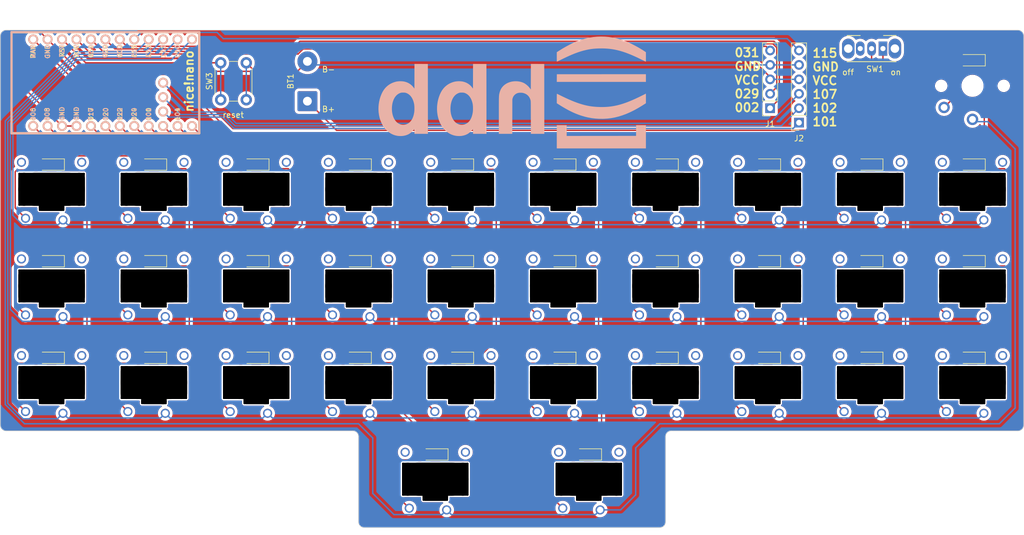
<source format=kicad_pcb>
(kicad_pcb (version 20221018) (generator pcbnew)
  (title_block (title "Micro Qwert Keyboard PCB"))
  (layers (0 "F.Cu" signal) (31 "B.Cu" signal) (34 "B.Paste" user) (35 "F.Paste" user) (36 "B.SilkS" user "B.Silkscreen") (37 "F.SilkS" user "F.Silkscreen") (38 "B.Mask" user) (39 "F.Mask" user) (44 "Edge.Cuts" user))
  (net 0 "")
  (net 1 "Net-(BT1-+)")
  (net 2 "GND")
  (net 3 "ROW0")
  (net 4 "COL0")
  (net 5 "COL1")
  (net 6 "COL2")
  (net 7 "COL3")
  (net 8 "COL4")
  (net 9 "COL5")
  (net 10 "COL6")
  (net 11 "COL7")
  (net 12 "COL8")
  (net 13 "COL9")
  (net 14 "ROW1")
  (net 15 "ROW2")
  (net 16 "ROW3")
  (net 17 "Net-(SW1-A)")
  (net 18 "Net-(U1-RST)")
  (net 19 "Net-(J2-Pin_6)")
  (net 20 "Net-(J1-Pin_1)")
  (net 21 "Net-(J1-Pin_2)")
  (net 22 "Net-(J1-Pin_5)")
  (net 23 "VCC")
  (net 24 "Net-(J2-Pin_1)")
  (net 25 "Net-(J2-Pin_2)")
  (net 26 "Net-(J2-Pin_3)")
  (footprint "pg1232:pg1232-D" (layer "F.Cu") (at 198 112.65)
    (fp_text reference "K28" hide)
    (fp_text value "diode-choc")
  )
  (footprint "pg1232:pg1232-D" (layer "F.Cu") (at 234 95.65)
    (fp_text reference "K20" hide)
    (fp_text value "diode-choc")
  )
  (footprint "pg1232:pg1232-D" (layer "F.Cu") (at 216 95.65)
    (fp_text reference "K19" hide)
    (fp_text value "diode-choc")
  )
  (footprint "pg1232:pg1232-D" (layer "F.Cu") (at 108 112.65)
    (fp_text reference "K23" hide)
    (fp_text value "diode-choc")
  )
  (footprint "pg1232:pg1232-D" (layer "F.Cu") (at 144 78.65)
    (fp_text reference "K5" hide)
    (fp_text value "diode-choc")
  )
  (footprint "pg1232:pg1232-D" (layer "F.Cu") (at 144 95.65)
    (fp_text reference "K15" hide)
    (fp_text value "diode-choc")
  )
  (footprint "Button_Switch_THT:SW_CuK_OS102011MA1QN1_SPDT_Angled" (layer "F.Cu") (at 218.25 58.25 180)
    (fp_text reference "SW1")
    (fp_text value "ON/OFF")
  )
  (footprint "pg1232:pg1232-D" (layer "F.Cu") (at 139.5 129.65)
    (fp_text reference "K31" hide)
    (fp_text value "diode-choc")
  )
  (footprint "pg1232:pg1232-D" (layer "F.Cu") (at 234 78.65)
    (fp_text reference "K10" hide)
    (fp_text value "diode-choc")
  )
  (footprint "pg1232:pg1232-D" (layer "F.Cu") (at 72 112.65)
    (fp_text reference "K21" hide)
    (fp_text value "diode-choc")
  )
  (footprint "pg1232:pg1232-D" (layer "F.Cu") (at 162 78.65)
    (fp_text reference "K6" hide)
    (fp_text value "diode-choc")
  )
  (footprint "nice-nano-kicad:nice_nano" (layer "F.Cu") (at 82.73 64.25)
    (fp_text reference "U1" hide)
    (fp_text value "nice_nano" hide)
  )
  (footprint "pg1232:pg1232-D" (layer "F.Cu") (at 162 95.65)
    (fp_text reference "K16" hide)
    (fp_text value "diode-choc")
  )
  (footprint "Connector_PinSocket_2.54mm:PinSocket_1x05_P2.54mm_Vertical" (layer "F.Cu") (at 198.4 68.74 180)
    (fp_text reference "J1")
    (fp_text value "Conn_01x05_Pin")
  )
  (footprint "pg1232:pg1232-D" (layer "F.Cu") (at 198 95.65)
    (fp_text reference "K18" hide)
    (fp_text value "diode-choc")
  )
  (footprint "pg1232:pg1232-D" (layer "F.Cu") (at 90 95.65)
    (fp_text reference "K12" hide)
    (fp_text value "diode-choc")
  )
  (footprint "pg1232:pg1232-D" (layer "F.Cu") (at 180 78.65)
    (fp_text reference "K7" hide)
    (fp_text value "diode-choc")
  )
  (footprint "pg1232:pg1232-D" (layer "F.Cu") (at 216 78.65)
    (fp_text reference "K9" hide)
    (fp_text value "diode-choc")
  )
  (footprint "pg1232:pg1232-D" (layer "F.Cu") (at 72 95.65)
    (fp_text reference "K11" hide)
    (fp_text value "diode-choc")
  )
  (footprint "pg1232:pg1232-D" (layer "F.Cu") (at 108 95.65)
    (fp_text reference "K13" hide)
    (fp_text value "diode-choc")
  )
  (footprint "pg1232:pg1232-D" (layer "F.Cu") (at 126 112.65)
    (fp_text reference "K24" hide)
    (fp_text value "diode-choc")
  )
  (footprint "pg1232:pg1232-D" (layer "F.Cu") (at 198 78.65)
    (fp_text reference "K8" hide)
    (fp_text value "diode-choc")
  )
  (footprint "pg1350:pg1350-D" (layer "F.Cu") (at 234 60.3 180)
    (fp_text reference "K33" hide)
    (fp_text value "LOCK")
  )
  (footprint "pg1232:pg1232-D" (layer "F.Cu") (at 180 112.65)
    (fp_text reference "K27" hide)
    (fp_text value "diode-choc")
  )
  (footprint "pg1232:pg1232-D" (layer "F.Cu") (at 72 78.65)
    (fp_text reference "K1" hide)
    (fp_text value "diode-choc")
  )
  (footprint "pg1232:pg1232-D" (layer "F.Cu") (at 234 112.65)
    (fp_text reference "K30" hide)
    (fp_text value "diode-choc")
  )
  (footprint "Button_Switch_THT:SW_PUSH_6mm_H5mm" (layer "F.Cu") (at 101.75 67.25 90)
    (fp_text reference "SW3")
    (fp_text value "RESET")
  )
  (footprint "pg1232:pg1232-D" (layer "F.Cu") (at 162 112.65)
    (fp_text reference "K26" hide)
    (fp_text value "diode-choc")
  )
  (footprint "pg1232:pg1232-D" (layer "F.Cu") (at 90 112.65)
    (fp_text reference "K22" hide)
    (fp_text value "diode-choc")
  )
  (footprint "pg1232:pg1232-D" (layer "F.Cu") (at 166.5 129.65)
    (fp_text reference "K32" hide)
    (fp_text value "diode-choc")
  )
  (footprint "Connector_Wire:SolderWire-0.75sqmm_1x02_P7mm_D1.25mm_OD3.5mm" (layer "F.Cu") (at 117 67.5 90)
    (fp_text reference "BT1")
    (fp_text value "Battery")
  )
  (footprint "pg1232:pg1232-D" (layer "F.Cu") (at 180 95.65)
    (fp_text reference "K17" hide)
    (fp_text value "diode-choc")
  )
  (footprint "pg1232:pg1232-D" (layer "F.Cu") (at 216 112.65)
    (fp_text reference "K29" hide)
    (fp_text value "diode-choc")
  )
  (footprint "pg1232:pg1232-D" (layer "F.Cu") (at 126 78.65)
    (fp_text reference "K4" hide)
    (fp_text value "diode-choc")
  )
  (footprint "pg1232:pg1232-D" (layer "F.Cu") (at 144 112.65)
    (fp_text reference "K25" hide)
    (fp_text value "diode-choc")
  )
  (footprint "Connector_PinSocket_2.54mm:PinSocket_1x06_P2.54mm_Vertical" (layer "F.Cu") (at 203.48 71.28 180)
    (fp_text reference "J2")
    (fp_text value "Conn_01x06_Pin")
  )
  (footprint "pg1232:pg1232-D" (layer "F.Cu") (at 90 78.65)
    (fp_text reference "K2" hide)
    (fp_text value "diode-choc")
  )
  (footprint "pg1232:pg1232-D" (layer "F.Cu") (at 126 95.65)
    (fp_text reference "K14" hide)
    (fp_text value "diode-choc")
  )
  (footprint "pg1232:pg1232-D" (layer "F.Cu") (at 108 78.65)
    (fp_text reference "K3" hide)
    (fp_text value "diode-choc")
  )
  (footprint "LOGO" (layer "B.Cu") (at 153 66 180)
    (fp_text reference "G***" hide)
    (fp_text value "LOGO" hide)
  )
  (gr_line (start 243 56) (end 243 124.5) (stroke (width 0.1)) (layer "Edge.Cuts"))
  (gr_arc (start 63 56) (mid 63.292893 55.292893) (end 64 55) (stroke (width 0.1)) (layer "Edge.Cuts"))
  (gr_line (start 242 125.5) (end 181 125.5) (stroke (width 0.1)) (layer "Edge.Cuts"))
  (gr_arc (start 180 141.5) (mid 179.707107 142.207107) (end 179 142.5) (stroke (width 0.1)) (layer "Edge.Cuts"))
  (gr_arc (start 125 125.5) (mid 125.707107 125.792893) (end 126 126.5) (stroke (width 0.1)) (layer "Edge.Cuts"))
  (gr_line (start 180 126.5) (end 180 141.5) (stroke (width 0.1)) (layer "Edge.Cuts"))
  (gr_line (start 64 125.5) (end 125 125.5) (stroke (width 0.1)) (layer "Edge.Cuts"))
  (gr_line (start 126 141.5) (end 126 126.5) (stroke (width 0.1)) (layer "Edge.Cuts"))
  (gr_arc (start 180 126.5) (mid 180.292893 125.792893) (end 181 125.5) (stroke (width 0.1)) (layer "Edge.Cuts"))
  (gr_line (start 179 142.5) (end 127 142.5) (stroke (width 0.1)) (layer "Edge.Cuts"))
  (gr_arc (start 64 125.5) (mid 63.292893 125.207107) (end 63 124.5) (stroke (width 0.1)) (layer "Edge.Cuts"))
  (gr_arc (start 242 55) (mid 242.707107 55.292893) (end 243 56) (stroke (width 0.1)) (layer "Edge.Cuts"))
  (gr_line (start 64 55) (end 242 55) (stroke (width 0.1)) (layer "Edge.Cuts"))
  (gr_line (start 63 124.5) (end 63 56) (stroke (width 0.1)) (layer "Edge.Cuts"))
  (gr_arc (start 127 142.5) (mid 126.292893 142.207107) (end 126 141.5) (stroke (width 0.1)) (layer "Edge.Cuts"))
  (gr_arc (start 243 124.5) (mid 242.707107 125.207107) (end 242 125.5) (stroke (width 0.1)) (layer "Edge.Cuts"))
  (gr_text "B+" (at 119.5 69.5) (layer "F.SilkS") (effects (font (size 1 1)) (justify left bottom)))
  (gr_text "off\n" (at 211 63) (layer "F.SilkS") (effects (font (size 1 1)) (justify left bottom)))
  (gr_text "on" (at 219.5 63) (layer "F.SilkS") (effects (font (size 1 1)) (justify left bottom)))
  (gr_text "reset" (at 102 70.5) (layer "F.SilkS") (effects (font (size 1 1)) (justify left bottom)))
  (gr_text "B-" (at 119.5 62.5) (layer "F.SilkS") (effects (font (size 1 1)) (justify left bottom)))
  (gr_text "115\nGND\nVCC\n107\n102\n101" (at 205.7 72) (layer "F.SilkS") (effects (font (size 1.5 1.5) (thickness 0.3) bold) (justify left bottom)))
  (gr_text "031\nGND\nVCC\n029\n002" (at 192 69.5) (layer "F.SilkS") (effects (font (size 1.5 1.5) (thickness 0.3) bold) (justify left bottom)))
  (segment (start 209.131802 69.131802) (end 205.638604 72.625) (width 0.25) (layer "F.Cu") (net 1))
  (segment (start 216.25 62.013604) (end 208.013604 70.25) (width 0.25) (layer "F.Cu") (net 1))
  (segment (start 205.638604 72.625) (end 122.125 72.625) (width 0.25) (layer "F.Cu") (net 1))
  (segment (start 216.25 58.25) (end 216.25 62.013604) (width 0.25) (layer "F.Cu") (net 1))
  (segment (start 122.125 72.625) (end 117 67.5) (width 0.25) (layer "F.Cu") (net 1))
  (segment (start 70.07 55.4) (end 67.7 55.4) (width 0.25) (layer "F.Cu") (net 2))
  (segment (start 108.25 62.249999) (end 76.919999 62.249999) (width 0.25) (layer "F.Cu") (net 2))
  (segment (start 66.1 64.13) (end 73.84 71.87) (width 0.25) (layer "F.Cu") (net 2))
  (segment (start 66.1 57) (end 66.1 64.13) (width 0.25) (layer "F.Cu") (net 2))
  (segment (start 76.919999 62.249999) (end 70.07 55.4) (width 0.25) (layer "F.Cu") (net 2))
  (segment (start 107.749999 62.249999) (end 108.25 62.249999) (width 0.25) (layer "F.Cu") (net 2))
  (segment (start 115.250001 62.249999) (end 108.25 62.249999) (width 0.25) (layer "F.Cu") (net 2))
  (segment (start 67.7 55.4) (end 66.1 57) (width 0.25) (layer "F.Cu") (net 2))
  (segment (start 117 60.5) (end 115.250001 62.249999) (width 0.25) (layer "F.Cu") (net 2))
  (segment (start 106.25 60.75) (end 107.749999 62.249999) (width 0.25) (layer "F.Cu") (net 2))
  (segment (start 73.84 71.87) (end 76.13 71.87) (width 0.25) (layer "F.Cu") (net 2))
  (segment (start 106.25 60.75) (end 106.25 67.25) (width 0.25) (layer "B.Cu") (net 2))
  (segment (start 117.62 61.12) (end 117 60.5) (width 0.25) (layer "B.Cu") (net 2))
  (segment (start 198.4 61.12) (end 203.48 61.12) (width 0.25) (layer "B.Cu") (net 2))
  (segment (start 198.4 61.12) (end 117.62 61.12) (width 0.25) (layer "B.Cu") (net 2))
  (segment (start 217.175 89.225) (end 218 88.4) (width 0.25) (layer "B.Cu") (net 3))
  (segment (start 73.175 89.225) (end 66.85 89.225) (width 0.25) (layer "B.Cu") (net 3))
  (segment (start 199.175 89.225) (end 200 88.4) (width 0.25) (layer "B.Cu") (net 3))
  (segment (start 128.825 89.225) (end 145.175 89.225) (width 0.25) (layer "B.Cu") (net 3))
  (segment (start 146 88.4) (end 146.825 89.225) (width 0.25) (layer "B.Cu") (net 3))
  (segment (start 127.175 89.225) (end 128 88.4) (width 0.25) (layer "B.Cu") (net 3))
  (segment (start 110 88.4) (end 110.825 89.225) (width 0.25) (layer "B.Cu") (net 3))
  (segment (start 200.825 89.225) (end 217.175 89.225) (width 0.25) (layer "B.Cu") (net 3))
  (segment (start 109.175 89.225) (end 110 88.4) (width 0.25) (layer "B.Cu") (net 3))
  (segment (start 76.5 60.25) (end 93.08 60.25) (width 0.25) (layer "B.Cu") (net 3))
  (segment (start 218 88.4) (end 218.825 89.225) (width 0.25) (layer "B.Cu") (net 3))
  (segment (start 200 88.4) (end 200.825 89.225) (width 0.25) (layer "B.Cu") (net 3))
  (segment (start 91.175 89.225) (end 92 88.4) (width 0.25) (layer "B.Cu") (net 3))
  (segment (start 145.175 89.225) (end 146 88.4) (width 0.25) (layer "B.Cu") (net 3))
  (segment (start 146.825 89.225) (end 181.175 89.225) (width 0.25) (layer "B.Cu") (net 3))
  (segment (start 65.2 71.55) (end 76.5 60.25) (width 0.25) (layer "B.Cu") (net 3))
  (segment (start 181.175 89.225) (end 182 88.4) (width 0.25) (layer "B.Cu") (net 3))
  (segment (start 235.175 89.225) (end 236 88.4) (width 0.25) (layer "B.Cu") (net 3))
  (segment (start 74 88.4) (end 74.825 89.225) (width 0.25) (layer "B.Cu") (net 3))
  (segment (start 218.825 89.225) (end 235.175 89.225) (width 0.25) (layer "B.Cu") (net 3))
  (segment (start 65.2 87.575) (end 65.2 71.55) (width 0.25) (layer "B.Cu") (net 3))
  (segment (start 182.825 89.225) (end 199.175 89.225) (width 0.25) (layer "B.Cu") (net 3))
  (segment (start 74.825 89.225) (end 91.175 89.225) (width 0.25) (layer "B.Cu") (net 3))
  (segment (start 74 88.4) (end 73.175 89.225) (width 0.25) (layer "B.Cu") (net 3))
  (segment (start 92 88.4) (end 92.825 89.225) (width 0.25) (layer "B.Cu") (net 3))
  (segment (start 128 88.4) (end 128.825 89.225) (width 0.25) (layer "B.Cu") (net 3))
  (segment (start 182 88.4) (end 182.825 89.225) (width 0.25) (layer "B.Cu") (net 3))
  (segment (start 92.825 89.225) (end 109.175 89.225) (width 0.25) (layer "B.Cu") (net 3))
  (segment (start 93.08 60.25) (end 96.7 56.63) (width 0.25) (layer "B.Cu") (net 3))
  (segment (start 110.825 89.225) (end 127.175 89.225) (width 0.25) (layer "B.Cu") (net 3))
  (segment (start 66.85 89.225) (end 65.2 87.575) (width 0.25) (layer "B.Cu") (net 3))
  (segment (start 78.225 80.032538) (end 78.225 91.075) (width 0.25) (layer "F.Cu") (net 4))
  (segment (start 78.225 97.032538) (end 78.225 108.075) (width 0.25) (layer "F.Cu") (net 4))
  (segment (start 73.65 79.5) (end 73.875 79.725) (width 0.25) (layer "F.Cu") (net 4))
  (segment (start 78.225 108.075) (end 73.65 112.65) (width 0.25) (layer "F.Cu") (net 4))
  (segment (start 78.225 91.075) (end 73.65 95.65) (width 0.25) (layer "F.Cu") (net 4))
  (segment (start 77.917462 96.725) (end 78.225 97.032538) (width 0.25) (layer "F.Cu") (net 4))
  (segment (start 73.65 76.76) (end 73.65 78.65) (width 0.25) (layer "F.Cu") (net 4))
  (segment (start 68.76 71.87) (end 73.65 76.76) (width 0.25) (layer "F.Cu") (net 4))
  (segment (start 74.725 96.725) (end 77.917462 96.725) (width 0.25) (layer "F.Cu") (net 4))
  (segment (start 73.65 95.65) (end 74.725 96.725) (width 0.25) (layer "F.Cu") (net 4))
  (segment (start 73.65 78.65) (end 73.65 79.5) (width 0.25) (layer "F.Cu") (net 4))
  (segment (start 77.917462 79.725) (end 78.225 80.032538) (width 0.25) (layer "F.Cu") (net 4))
  (segment (start 73.875 79.725) (end 77.917462 79.725) (width 0.25) (layer "F.Cu") (net 4))
  (segment (start 71.3 71.87) (end 76.555 77.125) (width 0.25) (layer "F.Cu") (net 5))
  (segment (start 90.125 77.125) (end 91.65 78.65) (width 0.25) (layer "F.Cu") (net 5))
  (segment (start 91.65 95.65) (end 96.225 91.075) (width 0.25) (layer "F.Cu") (net 5))
  (segment (start 96.225 108.075) (end 96.225 97.032538) (width 0.25) (layer "F.Cu") (net 5))
  (segment (start 96.225 91.075) (end 96.225 80.032538) (width 0.25) (layer "F.Cu") (net 5))
  (segment (start 92.375 79.375) (end 91.65 78.65) (width 0.25) (layer "F.Cu") (net 5))
  (segment (start 76.555 77.125) (end 90.125 77.125) (width 0.25) (layer "F.Cu") (net 5))
  (segment (start 95.692462 96.5) (end 92.5 96.5) (width 0.25) (layer "F.Cu") (net 5))
  (segment (start 95.567462 79.375) (end 92.375 79.375) (width 0.25) (layer "F.Cu") (net 5))
  (segment (start 96.225 80.032538) (end 95.567462 79.375) (width 0.25) (layer "F.Cu") (net 5))
  (segment (start 91.65 112.65) (end 96.225 108.075) (width 0.25) (layer "F.Cu") (net 5))
  (segment (start 92.5 96.5) (end 91.65 95.65) (width 0.25) (layer "F.Cu") (net 5))
  (segment (start 96.225 97.032538) (end 95.692462 96.5) (width 0.25) (layer "F.Cu") (net 5))
  (segment (start 109.65 112.65) (end 114.225 108.075) (width 0.25) (layer "F.Cu") (net 6))
  (segment (start 114.225 97.032538) (end 113.692462 96.5) (width 0.25) (layer "F.Cu") (net 6))
  (segment (start 83.725 76.675) (end 107.675 76.675) (width 0.25) (layer "F.Cu") (net 6))
  (segment (start 107.675 76.675) (end 109.65 78.65) (width 0.25) (layer "F.Cu") (net 6))
  (segment (start 113.692462 96.5) (end 110.5 96.5) (width 0.25) (layer "F.Cu") (net 6))
  (segment (start 110.375 79.375) (end 109.65 78.65) (width 0.25) (layer "F.Cu") (net 6))
  (segment (start 116.075 89.225) (end 116.075 81.825) (width 0.25) (layer "F.Cu") (net 6))
  (segment (start 78.92 71.87) (end 83.725 76.675) (width 0.25) (layer "F.Cu") (net 6))
  (segment (start 114.225 108.075) (end 114.225 97.032538) (width 0.25) (layer "F.Cu") (net 6))
  (segment (start 116.075 81.825) (end 113.625 79.375) (width 0.25) (layer "F.Cu") (net 6))
  (segment (start 109.65 95.65) (end 116.075 89.225) (width 0.25) (layer "F.Cu") (net 6))
  (segment (start 110.5 96.5) (end 109.65 95.65) (width 0.25) (layer "F.Cu") (net 6))
  (segment (start 113.625 79.375) (end 110.375 79.375) (width 0.25) (layer "F.Cu") (net 6))
  (segment (start 132.225 108.075) (end 132.225 97.032538) (width 0.25) (layer "F.Cu") (net 7))
  (segment (start 128.725 79.725) (end 127.65 78.65) (width 0.25) (layer "F.Cu") (net 7))
  (segment (start 132.225 97.032538) (end 131.692462 96.5) (width 0.25) (layer "F.Cu") (net 7))
  (segment (start 81.46 71.87) (end 85.815 76.225) (width 0.25) (layer "F.Cu") (net 7))
  (segment (start 131.692462 96.5) (end 128.5 96.5) (width 0.25) (layer "F.Cu") (net 7))
  (segment (start 131.692462 113.5) (end 128.5 113.5) (width 0.25) (layer "F.Cu") (net 7))
  (segment (start 85.815 76.225) (end 125.225 76.225) (width 0.25) (layer "F.Cu") (net 7))
  (segment (start 131.917462 79.725) (end 128.725 79.725) (width 0.25) (layer "F.Cu") (net 7))
  (segment (start 125.225 76.225) (end 127.65 78.65) (width 0.25) (layer "F.Cu") (net 7))
  (segment (start 127.65 112.65) (end 132.225 108.075) (width 0.25) (layer "F.Cu") (net 7))
  (segment (start 132.425 80.232538) (end 131.917462 79.725) (width 0.25) (layer "F.Cu") (net 7))
  (segment (start 128.5 96.5) (end 127.65 95.65) (width 0.25) (layer "F.Cu") (net 7))
  (segment (start 132.225 114.032538) (end 131.692462 113.5) (width 0.25) (layer "F.Cu") (net 7))
  (segment (start 132.425 90.875) (end 132.425 80.232538) (width 0.25) (layer "F.Cu") (net 7))
  (segment (start 127.65 95.65) (end 132.425 90.875) (width 0.25) (layer "F.Cu") (net 7))
  (segment (start 132.225 120.725) (end 132.225 114.032538) (width 0.25) (layer "F.Cu") (net 7))
  (segment (start 141.15 129.65) (end 132.225 120.725) (width 0.25) (layer "F.Cu") (net 7))
  (segment (start 128.5 113.5) (end 127.65 112.65) (width 0.25) (layer "F.Cu") (net 7))
  (segment (start 145.65 95.65) (end 145.65 96.5) (width 0.25) (layer "F.Cu") (net 8))
  (segment (start 150.225 97.032538) (end 150.225 109.525) (width 0.25) (layer "F.Cu") (net 8))
  (segment (start 145.65 78.65) (end 145.65 79.5) (width 0.25) (layer "F.Cu") (net 8))
  (segment (start 149.917462 96.725) (end 150.225 97.032538) (width 0.25) (layer "F.Cu") (net 8))
  (segment (start 150.225 91.075) (end 145.65 95.65) (width 0.25) (layer "F.Cu") (net 8))
  (segment (start 87.905 75.775) (end 142.775 75.775) (width 0.25) (layer "F.Cu") (net 8))
  (segment (start 145.875 96.725) (end 149.917462 96.725) (width 0.25) (layer "F.Cu") (net 8))
  (segment (start 149.692462 79.5) (end 150.225 80.032538) (width 0.25) (layer "F.Cu") (net 8))
  (segment (start 145.65 96.5) (end 145.875 96.725) (width 0.25) (layer "F.Cu") (net 8))
  (segment (start 142.775 75.775) (end 145.65 78.65) (width 0.25) (layer "F.Cu") (net 8))
  (segment (start 150.225 80.032538) (end 150.225 91.075) (width 0.25) (layer "F.Cu") (net 8))
  (segment (start 147.1 112.65) (end 145.65 112.65) (width 0.25) (layer "F.Cu") (net 8))
  (segment (start 145.65 79.5) (end 149.692462 79.5) (width 0.25) (layer "F.Cu") (net 8))
  (segment (start 84 71.87) (end 87.905 75.775) (width 0.25) (layer "F.Cu") (net 8))
  (segment (start 150.225 109.525) (end 147.1 112.65) (width 0.25) (layer "F.Cu") (net 8))
  (segment (start 160.325 75.325) (end 89.995 75.325) (width 0.25) (layer "F.Cu") (net 9))
  (segment (start 168.225 108.075) (end 168.225 97.032538) (width 0.25) (layer "F.Cu") (net 9))
  (segment (start 164.5 96.5) (end 163.65 95.65) (width 0.25) (layer "F.Cu") (net 9))
  (segment (start 164.725 113.725) (end 167.917462 113.725) (width 0.25) (layer "F.Cu") (net 9))
  (segment (start 168.75 129.05) (end 168.15 129.65) (width 0.25) (layer "F.Cu") (net 9))
  (segment (start 163.65 112.65) (end 164.725 113.725) (width 0.25) (layer "F.Cu") (net 9))
  (segment (start 168.225 97.032538) (end 167.692462 96.5) (width 0.25) (layer "F.Cu") (net 9))
  (segment (start 163.65 95.65) (end 168.225 91.075) (width 0.25) (layer "F.Cu") (net 9))
  (segment (start 89.995 75.325) (end 86.54 71.87) (width 0.25) (layer "F.Cu") (net 9))
  (segment (start 167.692462 96.5) (end 164.5 96.5) (width 0.25) (layer "F.Cu") (net 9))
  (segment (start 167.692462 79.5) (end 164.5 79.5) (width 0.25) (layer "F.Cu") (net 9))
  (segment (start 163.65 112.65) (end 168.225 108.075) (width 0.25) (layer "F.Cu") (net 9))
  (segment (start 163.65 78.65) (end 160.325 75.325) (width 0.25) (layer "F.Cu") (net 9))
  (segment (start 168.75 114.557538) (end 168.75 129.05) (width 0.25) (layer "F.Cu") (net 9))
  (segment (start 167.917462 113.725) (end 168.75 114.557538) (width 0.25) (layer "F.Cu") (net 9))
  (segment (start 168.225 80.032538) (end 167.692462 79.5) (width 0.25) (layer "F.Cu") (net 9))
  (segment (start 168.225 91.075) (end 168.225 80.032538) (width 0.25) (layer "F.Cu") (net 9))
  (segment (start 164.5 79.5) (end 163.65 78.65) (width 0.25) (layer "F.Cu") (net 9))
  (segment (start 185.917462 79.725) (end 186.225 80.032538) (width 0.25) (layer "F.Cu") (net 10))
  (segment (start 185.917462 96.725) (end 186.225 97.032538) (width 0.25) (layer "F.Cu") (net 10))
  (segment (start 182.725 79.725) (end 185.917462 79.725) (width 0.25) (layer "F.Cu") (net 10))
  (segment (start 92.085 74.875) (end 177.875 74.875) (width 0.25) (layer "F.Cu") (net 10))
  (segment (start 89.08 71.87) (end 92.085 74.875) (width 0.25) (layer "F.Cu") (net 10))
  (segment (start 182.725 96.725) (end 185.917462 96.725) (width 0.25) (layer "F.Cu") (net 10))
  (segment (start 186.225 108.075) (end 181.65 112.65) (width 0.25) (layer "F.Cu") (net 10))
  (segment (start 181.65 95.65) (end 182.725 96.725) (width 0.25) (layer "F.Cu") (net 10))
  (segment (start 181.65 78.65) (end 182.725 79.725) (width 0.25) (layer "F.Cu") (net 10))
  (segment (start 186.225 80.032538) (end 186.225 91.075) (width 0.25) (layer "F.Cu") (net 10))
  (segment (start 186.225 97.032538) (end 186.225 108.075) (width 0.25) (layer "F.Cu") (net 10))
  (segment (start 186.225 91.075) (end 181.65 95.65) (width 0.25) (layer "F.Cu") (net 10))
  (segment (start 177.875 74.875) (end 181.65 78.65) (width 0.25) (layer "F.Cu") (net 10))
  (segment (start 94.175 74.425) (end 195.425 74.425) (width 0.25) (layer "F.Cu") (net 11))
  (segment (start 200.5 79.5) (end 199.65 78.65) (width 0.25) (layer "F.Cu") (net 11))
  (segment (start 200.5 96.5) (end 199.65 95.65) (width 0.25) (layer "F.Cu") (net 11))
  (segment (start 203.692462 79.5) (end 200.5 79.5) (width 0.25) (layer "F.Cu") (net 11))
  (segment (start 204.225 108.075) (end 204.225 97.032538) (width 0.25) (layer "F.Cu") (net 11))
  (segment (start 199.65 95.65) (end 204.225 91.075) (width 0.25) (layer "F.Cu") (net 11))
  (segment (start 199.65 112.65) (end 204.225 108.075) (width 0.25) (layer "F.Cu") (net 11))
  (segment (start 204.225 97.032538) (end 203.692462 96.5) (width 0.25) (layer "F.Cu") (net 11))
  (segment (start 195.425 74.425) (end 199.65 78.65) (width 0.25) (layer "F.Cu") (net 11))
  (segment (start 91.62 71.87) (end 94.175 74.425) (width 0.25) (layer "F.Cu") (net 11))
  (segment (start 204.225 80.032538) (end 203.692462 79.5) (width 0.25) (layer "F.Cu") (net 11))
  (segment (start 203.692462 96.5) (end 200.5 96.5) (width 0.25) (layer "F.Cu") (net 11))
  (segment (start 204.225 91.075) (end 204.225 80.032538) (width 0.25) (layer "F.Cu") (net 11))
  (segment (start 222.225 97.032538) (end 222.225 108.075) (width 0.25) (layer "F.Cu") (net 12))
  (segment (start 221.917462 79.725) (end 222.225 80.032538) (width 0.25) (layer "F.Cu") (net 12))
  (segment (start 222.225 108.075) (end 217.65 112.65) (width 0.25) (layer "F.Cu") (net 12))
  (segment (start 217.65 95.65) (end 218.725 96.725) (width 0.25) (layer "F.Cu") (net 12))
  (segment (start 94.16 71.87) (end 96.265 73.975) (width 0.25) (layer "F.Cu") (net 12))
  (segment (start 218.725 79.725) (end 221.917462 79.725) (width 0.25) (layer "F.Cu") (net 12))
  (segment (start 218.725 96.725) (end 221.917462 96.725) (width 0.25) (layer "F.Cu") (net 12))
  (segment (start 222.225 91.075) (end 217.65 95.65) (width 0.25) (layer "F.Cu") (net 12))
  (segment (start 221.917462 96.725) (end 222.225 97.032538) (width 0.25) (layer "F.Cu") (net 12))
  (segment (start 222.225 80.032538) (end 222.225 91.075) (width 0.25) (layer "F.Cu") (net 12))
  (segment (start 212.975 73.975) (end 217.65 78.65) (width 0.25) (layer "F.Cu") (net 12))
  (segment (start 217.65 78.65) (end 218.725 79.725) (width 0.25) (layer "F.Cu") (net 12))
  (segment (start 96.265 73.975) (end 212.975 73.975) (width 0.25) (layer "F.Cu") (net 12))
  (segment (start 232.65 75.65) (end 235.65 78.65) (width 0.25) (layer "F.Cu") (net 13))
  (segment (start 236.075 72.225) (end 232.65 75.65) (width 0.25) (layer "F.Cu") (net 13))
  (segment (start 239.625 79.375) (end 236.375 79.375) (width 0.25) (layer "F.Cu") (net 13))
  (segment (start 240.225 97.032538) (end 239.692462 96.5) (width 0.25) (layer "F.Cu") (net 13))
  (segment (start 98.355 73.525) (end 230.525 73.525) (width 0.25) (layer "F.Cu") (net 13))
  (segment (start 236.5 96.5) (end 235.65 95.65) (width 0.25) (layer "F.Cu") (net 13))
  (segment (start 236.075 61.125) (end 236.075 72.225) (width 0.25) (layer "F.Cu") (net 13))
  (segment (start 235.65 95.65) (end 240.225 91.075) (width 0.25) (layer "F.Cu") (net 13))
  (segment (start 240.225 108.075) (end 240.225 97.032538) (width 0.25) (layer "F.Cu") (net 13))
  (segment (start 235.65 112.65) (end 240.225 108.075) (width 0.25) (layer "F.Cu") (net 13))
  (segment (start 239.692462 96.5) (end 236.5 96.5) (width 0.25) (layer "F.Cu") (net 13))
  (segment (start 230.525 73.525) (end 232.65 75.65) (width 0.25) (layer "F.Cu") (net 13))
  (segment (start 236.375 79.375) (end 235.65 78.65) (width 0.25) (layer "F.Cu") (net 13))
  (segment (start 96.7 71.87) (end 98.355 73.525) (width 0.25) (layer "F.Cu") (net 13))
  (segment (start 235.65 60.7) (end 236.075 61.125) (width 0.25) (layer "F.Cu") (net 13))
  (segment (start 240.225 91.075) (end 240.225 79.975) (width 0.25) (layer "F.Cu") (net 13))
  (segment (start 240.225 79.975) (end 239.625 79.375) (width 0.25) (layer "F.Cu") (net 13))
  (segment (start 74.825 106.225) (end 91.175 106.225) (width 0.25) (layer "B.Cu") (net 14))
  (segment (start 145.175 106.225) (end 128.825 106.225) (width 0.25) (layer "B.Cu") (net 14))
  (segment (start 164.825 106.225) (end 164 105.4) (width 0.25) (layer "B.Cu") (net 14))
  (segment (start 109.175 106.225) (end 110 105.4) (width 0.25) (layer "B.Cu") (net 14))
  (segment (start 199.175 106.225) (end 182.825 106.225) (width 0.25) (layer "B.Cu") (net 14))
  (segment (start 91.175 106.225) (end 92 105.4) (width 0.25) (layer "B.Cu") (net 14))
  (segment (start 182 105.4) (end 181.175 106.225) (width 0.25) (layer "B.Cu") (net 14))
  (segment (start 74 105.4) (end 74.825 106.225) (width 0.25) (layer "B.Cu") (net 14))
  (segment (start 146 105.4) (end 145.175 106.225) (width 0.25) (layer "B.Cu") (net 14))
  (segment (start 128 105.4) (end 127.175 106.225) (width 0.25) (layer "B.Cu") (net 14))
  (segment (start 64.75 104.125) (end 64.75 71.363604) (width 0.25) (layer "B.Cu") (net 14))
  (segment (start 110.825 106.225) (end 110 105.4) (width 0.25) (layer "B.Cu") (net 14))
  (segment (start 66.85 106.225) (end 64.75 104.125) (width 0.25) (layer "B.Cu") (net 14))
  (segment (start 128.825 106.225) (end 128 105.4) (width 0.25) (layer "B.Cu") (net 14))
  (segment (start 181.175 106.225) (end 164.825 106.225) (width 0.25) (layer "B.Cu") (net 14))
  (segment (start 217.175 106.225) (end 200.825 106.225) (width 0.25) (layer "B.Cu") (net 14))
  (segment (start 236 105.4) (end 235.175 106.225) (width 0.25) (layer "B.Cu") (net 14))
  (segment (start 218.825 106.225) (end 218 105.4) (width 0.25) (layer "B.Cu") (net 14))
  (segment (start 146.825 106.225) (end 146 105.4) (width 0.25) (layer "B.Cu") (net 14))
  (segment (start 92.825 106.225) (end 109.175 106.225) (width 0.25) (layer "B.Cu") (net 14))
  (segment (start 235.175 106.225) (end 218.825 106.225) (width 0.25) (layer "B.Cu") (net 14))
  (segment (start 74 105.4) (end 73.175 106.225) (width 0.25) (layer "B.Cu") (net 14))
  (segment (start 164 105.4) (end 163.175 106.225) (width 0.25) (layer "B.Cu") (net 14))
  (segment (start 91.04 59.75) (end 94.16 56.63) (width 0.25) (layer "B.Cu") (net 14))
  (segment (start 218 105.4) (end 217.175 106.225) (width 0.25) (layer "B.Cu") (net 14))
  (segment (start 64.75 71.363604) (end 76.363604 59.75) (width 0.25) (layer "B.Cu") (net 14))
  (segment (start 182.825 106.225) (end 182 105.4) (width 0.25) (layer "B.Cu") (net 14))
  (segment (start 76.363604 59.75) (end 91.04 59.75) (width 0.25) (layer "B.Cu") (net 14))
  (segment (start 92 105.4) (end 92.825 106.225) (width 0.25) (layer "B.Cu") (net 14))
  (segment (start 73.175 106.225) (end 66.85 106.225) (width 0.25) (layer "B.Cu") (net 14))
  (segment (start 200.825 106.225) (end 200 105.4) (width 0.25) (layer "B.Cu") (net 14))
  (segment (start 200 105.4) (end 199.175 106.225) (width 0.25) (layer "B.Cu") (net 14))
  (segment (start 163.175 106.225) (end 146.825 106.225) (width 0.25) (layer "B.Cu") (net 14))
  (segment (start 127.175 106.225) (end 110.825 106.225) (width 0.25) (layer "B.Cu") (net 14))
  (segment (start 127.175 123.225) (end 110.825 123.225) (width 0.25) (layer "B.Cu") (net 15))
  (segment (start 64.3 120.675) (end 64.3 71.177208) (width 0.25) (layer "B.Cu") (net 15))
  (segment (start 199.175 123.225) (end 182.825 123.225) (width 0.25) (layer "B.Cu") (net 15))
  (segment (start 92 122.4) (end 92.85 123.25) (width 0.25) (layer "B.Cu") (net 15))
  (segment (start 67 123.375) (end 64.3 120.675) (width 0.25) (layer "B.Cu") (net 15))
  (segment (start 128 122.4) (end 127.175 123.225) (width 0.25) (layer "B.Cu") (net 15))
  (segment (start 76.227208 59.25) (end 89 59.25) (width 0.25) (layer "B.Cu") (net 15))
  (segment (start 89 59.25) (end 91.62 56.63) (width 0.25) (layer "B.Cu") (net 15))
  (segment (start 73.025 123.375) (end 67 123.375) (width 0.25) (layer "B.Cu") (net 15))
  (segment (start 128.825 123.225) (end 128 122.4) (width 0.25) (layer "B.Cu") (net 15))
  (segment (start 91.175 123.225) (end 92 122.4) (width 0.25) (layer "B.Cu") (net 15))
  (segment (start 64.3 71.177208) (end 76.227208 59.25) (width 0.25) (layer "B.Cu") (net 15))
  (segment (start 181.175 123.225) (end 164.825 123.225) (width 0.25) (layer "B.Cu") (net 15))
  (segment (start 235.175 123.225) (end 218.825 123.225) (width 0.25) (layer "B.Cu") (net 15))
  (segment (start 92.85 123.25) (end 109.15 123.25) (width 0.25) (layer "B.Cu") (net 15))
  (segment (start 74 122.4) (end 74.825 123.225) (width 0.25) (layer "B.Cu") (net 15))
  (segment (start 200 122.4) (end 199.175 123.225) (width 0.25) (layer "B.Cu") (net 15))
  (segment (start 182 122.4) (end 181.175 123.225) (width 0.25) (layer "B.Cu") (net 15))
  (segment (start 164.825 123.225) (end 164 122.4) (width 0.25) (layer "B.Cu") (net 15))
  (segment (start 164 122.4) (end 163.175 123.225) (width 0.25) (layer "B.Cu") (net 15))
  (segment (start 74 122.4) (end 73.025 123.375) (width 0.25) (layer "B.Cu") (net 15))
  (segment (start 145.175 123.225) (end 128.825 123.225) (width 0.25) (layer "B.Cu") (net 15))
  (segment (start 146.825 123.225) (end 146 122.4) (width 0.25) (layer "B.Cu") (net 15))
  (segment (start 74.825 123.225) (end 91.175 123.225) (width 0.25) (layer "B.Cu") (net 15))
  (segment (start 236 122.4) (end 235.175 123.225) (width 0.25) (layer "B.Cu") (net 15))
  (segment (start 109.15 123.25) (end 110 122.4) (width 0.25) (layer "B.Cu") (net 15))
  (segment (start 218 122.4) (end 217.175 123.225) (width 0.25) (layer "B.Cu") (net 15))
  (segment (start 200.825 123.225) (end 200 122.4) (width 0.25) (layer "B.Cu") (net 15))
  (segment (start 110.825 123.225) (end 110 122.4) (width 0.25) (layer "B.Cu") (net 15))
  (segment (start 146 122.4) (end 145.175 123.225) (width 0.25) (layer "B.Cu") (net 15))
  (segment (start 163.175 123.225) (end 146.825 123.225) (width 0.25) (layer "B.Cu") (net 15))
  (segment (start 218.825 123.225) (end 218 122.4) (width 0.25) (layer "B.Cu") (net 15))
  (segment (start 182.825 123.225) (end 182 122.4) (width 0.25) (layer "B.Cu") (net 15))
  (segment (start 217.175 123.225) (end 200.825 123.225) (width 0.25) (layer "B.Cu") (net 15))
  (segment (start 126 124.25) (end 67.238604 124.25) (width 0.25) (layer "B.Cu") (net 16))
  (segment (start 128.5 136.5) (end 128.5 126.75) (width 0.25) (layer "B.Cu") (net 16))
  (segment (start 67.238604 124.25) (end 63.85 120.861396) (width 0.25) (layer "B.Cu") (net 16))
  (segment (start 140.675 140.225) (end 132.225 140.225) (width 0.25) (layer "B.Cu") (net 16))
  (segment (start 241.5 121.471231) (end 238.721231 124.25) (width 0.25) (layer "B.Cu") (net 16))
  (segment (start 132.225 140.225) (end 128.5 136.5) (width 0.25) (layer "B.Cu") (net 16))
  (segment (start 141.5 139.4) (end 142.325 140.225) (width 0.25) (layer "B.Cu") (net 16))
  (segment (start 167.675 140.225) (end 168.5 139.4) (width 0.25) (layer "B.Cu") (net 16))
  (segment (start 63.85 70.990812) (end 76.040812 58.8) (width 0.25) (layer "B.Cu") (net 16))
  (segment (start 241.5 75.9) (end 236.7 71.1) (width 0.25) (layer "B.Cu") (net 16))
  (segment (start 86.91 58.8) (end 89.08 56.63) (width 0.25) (layer "B.Cu") (net 16))
  (segment (start 142.325 140.225) (end 167.675 140.225) (width 0.25) (layer "B.Cu") (net 16))
  (segment (start 174.75 128.5) (end 174.75 136.75) (width 0.25) (layer "B.Cu") (net 16))
  (segment (start 172.1 139.4) (end 168.5 139.4) (width 0.25) (layer "B.Cu") (net 16))
  (segment (start 241.5 75.9) (end 241.5 121.471231) (width 0.25) (layer "B.Cu") (net 16))
  (segment (start 174.75 136.75) (end 172.1 139.4) (width 0.25) (layer "B.Cu") (net 16))
  (segment (start 179 124.25) (end 174.75 128.5) (width 0.25) (layer "B.Cu") (net 16))
  (segment (start 236.7 71.1) (end 234 71.1) (width 0.25) (layer "B.Cu") (net 16))
  (segment (start 76.040812 58.8) (end 86.91 58.8) (width 0.25) (layer "B.Cu") (net 16))
  (segment (start 128.5 126.75) (end 126 124.25) (width 0.25) (layer "B.Cu") (net 16))
  (segment (start 63.85 120.861396) (end 63.85 70.990812) (width 0.25) (layer "B.Cu") (net 16))
  (segment (start 238.721231 124.25) (end 179 124.25) (width 0.25) (layer "B.Cu") (net 16))
  (segment (start 141.5 139.4) (end 140.675 140.225) (width 0.25) (layer "B.Cu") (net 16))
  (segment (start 205.825 73.075) (end 103.575 73.075) (width 0.25) (layer "F.Cu") (net 17))
  (segment (start 74.9287 62.7987) (end 68.76 56.63) (width 0.25) (layer "F.Cu") (net 17))
  (segment (start 218.25 60.65) (end 205.825 73.075) (width 0.25) (layer "F.Cu") (net 17))
  (segment (start 218.25 58.25) (end 218.25 60.65) (width 0.25) (layer "F.Cu") (net 17))
  (segment (start 93.2987 62.7987) (end 74.9287 62.7987) (width 0.25) (layer "F.Cu") (net 17))
  (segment (start 103.575 73.075) (end 93.2987 62.7987) (width 0.25) (layer "F.Cu") (net 17))
  (segment (start 73.84 56.59) (end 78 60.75) (width 0.25) (layer "F.Cu") (net 18))
  (segment (start 78 60.75) (end 101.75 60.75) (width 0.25) (layer "F.Cu") (net 18))
  (segment (start 101.75 60.75) (end 101.75 67.25) (width 0.25) (layer "B.Cu") (net 18))
  (segment (start 87.77 55.4) (end 101.1 55.4) (width 0.25) (layer "B.Cu") (net 19))
  (segment (start 201.4 56.5) (end 203.48 58.58) (width 0.25) (layer "B.Cu") (net 19))
  (segment (start 102.2 56.5) (end 201.4 56.5) (width 0.25) (layer "B.Cu") (net 19))
  (segment (start 101.1 55.4) (end 102.2 56.5) (width 0.25) (layer "B.Cu") (net 19))
  (segment (start 86.54 56.63) (end 87.77 55.4) (width 0.25) (layer "B.Cu") (net 19))
  (segment (start 85.22 57.85) (end 84 56.63) (width 0.25) (layer "F.Cu") (net 20))
  (segment (start 200.025 57.906903) (end 199.073097 56.955) (width 0.25) (layer "F.Cu") (net 20))
  (segment (start 114.806318 57.85) (end 85.22 57.85) (width 0.25) (layer "F.Cu") (net 20))
  (segment (start 199.073097 56.955) (end 115.701318 56.955) (width 0.25) (layer "F.Cu") (net 20))
  (segment (start 115.701318 56.955) (end 114.806318 57.85) (width 0.25) (layer "F.Cu") (net 20))
  (segment (start 198.4 68.74) (end 200.025 67.115) (width 0.25) (layer "F.Cu") (net 20))
  (segment (start 200.025 67.115) (end 200.025 57.906903) (width 0.25) (layer "F.Cu") (net 20))
  (segment (start 198.886701 57.405) (end 199.575 58.093299) (width 0.25) (layer "F.Cu") (net 21))
  (segment (start 199.575 58.093299) (end 199.575 65.025) (width 0.25) (layer "F.Cu") (net 21))
  (segment (start 199.575 65.025) (end 198.4 66.2) (width 0.25) (layer "F.Cu") (net 21))
  (segment (start 114.992714 58.3) (end 115.887714 57.405) (width 0.25) (layer "F.Cu") (net 21))
  (segment (start 115.887714 57.405) (end 198.886701 57.405) (width 0.25) (layer "F.Cu") (net 21))
  (segment (start 83.13 58.3) (end 114.992714 58.3) (width 0.25) (layer "F.Cu") (net 21))
  (segment (start 81.46 56.63) (end 83.13 58.3) (width 0.25) (layer "F.Cu") (net 21))
  (segment (start 78.92 56.63) (end 81.04 58.75) (width 0.25) (layer "F.Cu") (net 22))
  (segment (start 115.17911 58.75) (end 116.07411 57.855) (width 0.25) (layer "F.Cu") (net 22))
  (segment (start 81.04 58.75) (end 115.17911 58.75) (width 0.25) (layer "F.Cu") (net 22))
  (segment (start 197.675 57.855) (end 198.4 58.58) (width 0.25) (layer "F.Cu") (net 22))
  (segment (start 116.07411 57.855) (end 197.675 57.855) (width 0.25) (layer "F.Cu") (net 22))
  (segment (start 193.445 58.305) (end 198.6 63.46) (width 0.25) (layer "F.Cu") (net 23))
  (segment (start 76.38 56.63) (end 78.95 59.2) (width 0.25) (layer "F.Cu") (net 23))
  (segment (start 115.365506 59.2) (end 116.260506 58.305) (width 0.25) (layer "F.Cu") (net 23))
  (segment (start 78.95 59.2) (end 115.365506 59.2) (width 0.25) (layer "F.Cu") (net 23))
  (segment (start 116.260506 58.305) (end 193.445 58.305) (width 0.25) (layer "F.Cu") (net 23))
  (segment (start 198.4 63.66) (end 203.48 63.66) (width 0.25) (layer "B.Cu") (net 23))
  (segment (start 91.62 69.33) (end 92.59 70.3) (width 0.25) (layer "B.Cu") (net 24))
  (segment (start 92.59 70.3) (end 102.1 70.3) (width 0.25) (layer "B.Cu") (net 24))
  (segment (start 202.46 72.3) (end 203.48 71.28) (width 0.25) (layer "B.Cu") (net 24))
  (segment (start 102.1 70.3) (end 104.1 72.3) (width 0.25) (layer "B.Cu") (net 24))
  (segment (start 104.1 72.3) (end 202.46 72.3) (width 0.25) (layer "B.Cu") (net 24))
  (segment (start 200.37 71.85) (end 203.48 68.74) (width 0.25) (layer "B.Cu") (net 25))
  (segment (start 102.286396 69.85) (end 104.286396 71.85) (width 0.25) (layer "B.Cu") (net 25))
  (segment (start 94.68 69.85) (end 102.286396 69.85) (width 0.25) (layer "B.Cu") (net 25))
  (segment (start 91.62 66.79) (end 94.68 69.85) (width 0.25) (layer "B.Cu") (net 25))
  (segment (start 104.286396 71.85) (end 200.37 71.85) (width 0.25) (layer "B.Cu") (net 25))
  (segment (start 104.472792 71.4) (end 198.28 71.4) (width 0.25) (layer "B.Cu") (net 26))
  (segment (start 102.472792 69.4) (end 104.472792 71.4) (width 0.25) (layer "B.Cu") (net 26))
  (segment (start 91.62 64.25) (end 96.77 69.4) (width 0.25) (layer "B.Cu") (net 26))
  (segment (start 198.28 71.4) (end 203.48 66.2) (width 0.25) (layer "B.Cu") (net 26))
  (segment (start 96.77 69.4) (end 102.472792 69.4) (width 0.25) (layer "B.Cu") (net 26))
  (zone (net 0) (net_name "") (layer "F.Cu") (connect_pads (clearance 0.5)) (min_thickness 0.25) (fill yes (thermal_gap 0.5) (thermal_bridge_width 0.5) (island_removal_mode 1) (island_area_min 10))
    (polygon (pts (xy 63 125.5) (xy 125 125.5) (xy 126 126.5) (xy 126 142.5) (xy 180 142.5) (xy 180 126.5) (xy 181 125.5) (xy 243 125.5) (xy 243 55) (xy 63 55)))
  )
  (zone (net 0) (net_name "") (layer "B.Cu") (priority 1) (connect_pads (clearance 0.5)) (min_thickness 0.25) (fill yes (thermal_gap 0.5) (thermal_bridge_width 0.5) (island_removal_mode 1) (island_area_min 10))
    (polygon (pts (xy 63 55) (xy 63 125.5) (xy 125 125.5) (xy 126 126.5) (xy 126 142.5) (xy 180 142.5) (xy 180 126.5) (xy 181 125.5) (xy 243 125.5) (xy 243 55)))
  )
)
</source>
